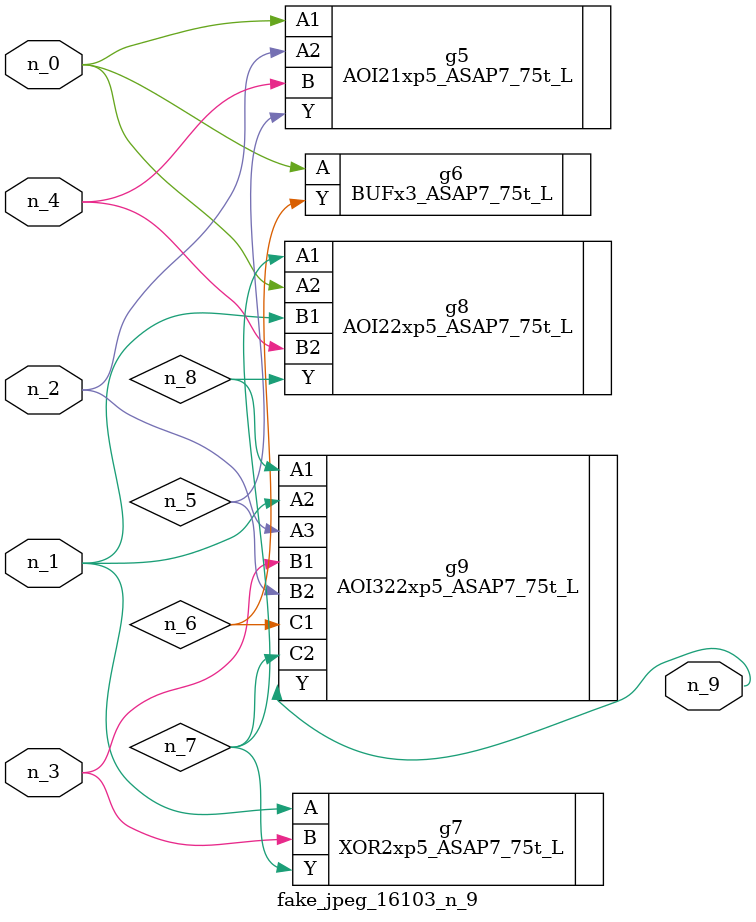
<source format=v>
module fake_jpeg_16103_n_9 (n_3, n_2, n_1, n_0, n_4, n_9);

input n_3;
input n_2;
input n_1;
input n_0;
input n_4;

output n_9;

wire n_8;
wire n_6;
wire n_5;
wire n_7;

AOI21xp5_ASAP7_75t_L g5 ( 
.A1(n_0),
.A2(n_2),
.B(n_4),
.Y(n_5)
);

BUFx3_ASAP7_75t_L g6 ( 
.A(n_0),
.Y(n_6)
);

XOR2xp5_ASAP7_75t_L g7 ( 
.A(n_1),
.B(n_3),
.Y(n_7)
);

AOI22xp5_ASAP7_75t_L g8 ( 
.A1(n_7),
.A2(n_0),
.B1(n_1),
.B2(n_4),
.Y(n_8)
);

AOI322xp5_ASAP7_75t_L g9 ( 
.A1(n_8),
.A2(n_1),
.A3(n_2),
.B1(n_3),
.B2(n_5),
.C1(n_6),
.C2(n_7),
.Y(n_9)
);


endmodule
</source>
